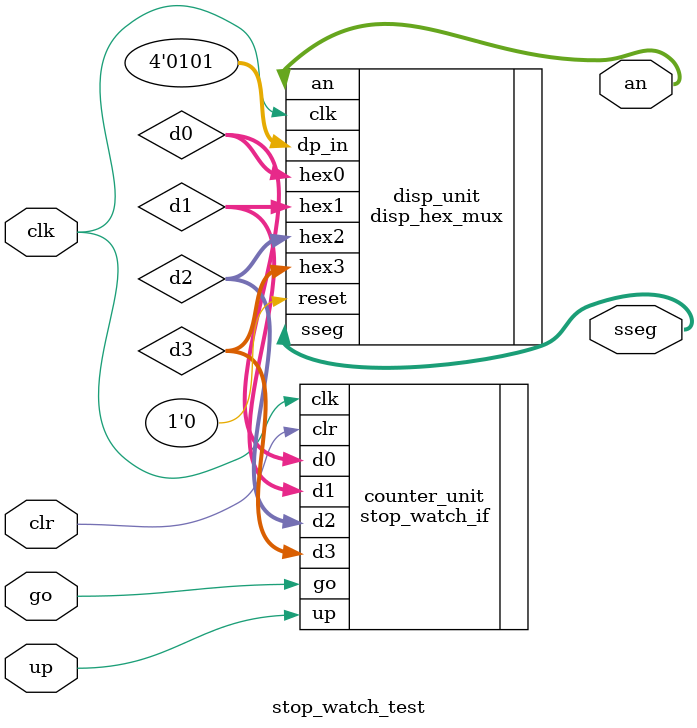
<source format=v>
module stop_watch_test
   (
    input wire clk,
    input wire go, clr, up,
    output wire [3:0] an,
    output wire [7:0] sseg
   );

   // signal declaration
   wire [3:0]  d3, d2, d1, d0; //added wire d3

   // instantiate 7-seg LED display module
   disp_hex_mux disp_unit
      (.clk(clk), .reset(1'b0), .hex3(d3),
        .hex2(d2), .hex1(d1), .hex0(d0),
       .dp_in(4'b0101), .an(an), .sseg(sseg)); //added connection hex3 -> d3 and dp _ in

   // instantiate stopwatch
   stop_watch_if counter_unit
      (.clk(clk), .go(go), .up(up), .clr(clr), .d3(d3),
       .d2(d2), .d1(d1), .d0(d0) );
       
   //disable the unused display by setting it to 1
   //assign an = an | 4'b1000; // removed anode disable

endmodule

</source>
